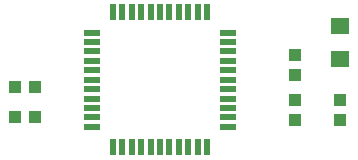
<source format=gtp>
G75*
%MOIN*%
%OFA0B0*%
%FSLAX25Y25*%
%IPPOS*%
%LPD*%
%AMOC8*
5,1,8,0,0,1.08239X$1,22.5*
%
%ADD10R,0.06299X0.05512*%
%ADD11R,0.05800X0.02000*%
%ADD12R,0.02000X0.05800*%
%ADD13R,0.04331X0.03937*%
%ADD14R,0.03937X0.04331*%
D10*
X0118500Y0047988D03*
X0118500Y0059012D03*
D11*
X0081100Y0056700D03*
X0081100Y0053600D03*
X0081100Y0050400D03*
X0081100Y0047300D03*
X0081100Y0044100D03*
X0081100Y0041000D03*
X0081100Y0037900D03*
X0081100Y0034700D03*
X0081100Y0031600D03*
X0081100Y0028400D03*
X0081100Y0025300D03*
X0035900Y0025300D03*
X0035900Y0028400D03*
X0035900Y0031600D03*
X0035900Y0034700D03*
X0035900Y0037900D03*
X0035900Y0041000D03*
X0035900Y0044100D03*
X0035900Y0047300D03*
X0035900Y0050400D03*
X0035900Y0053600D03*
X0035900Y0056700D03*
D12*
X0042800Y0018400D03*
X0045900Y0018400D03*
X0049100Y0018400D03*
X0052200Y0018400D03*
X0055400Y0018400D03*
X0058500Y0018400D03*
X0061600Y0018400D03*
X0064800Y0018400D03*
X0067900Y0018400D03*
X0071100Y0018400D03*
X0074200Y0018400D03*
X0074200Y0063600D03*
X0071100Y0063600D03*
X0067900Y0063600D03*
X0064800Y0063600D03*
X0061600Y0063600D03*
X0058500Y0063600D03*
X0055400Y0063600D03*
X0052200Y0063600D03*
X0049100Y0063600D03*
X0045900Y0063600D03*
X0042800Y0063600D03*
D13*
X0016846Y0038500D03*
X0010154Y0038500D03*
X0010154Y0028500D03*
X0016846Y0028500D03*
D14*
X0103500Y0027654D03*
X0103500Y0034346D03*
X0118500Y0034346D03*
X0118500Y0027654D03*
X0103500Y0042654D03*
X0103500Y0049346D03*
M02*

</source>
